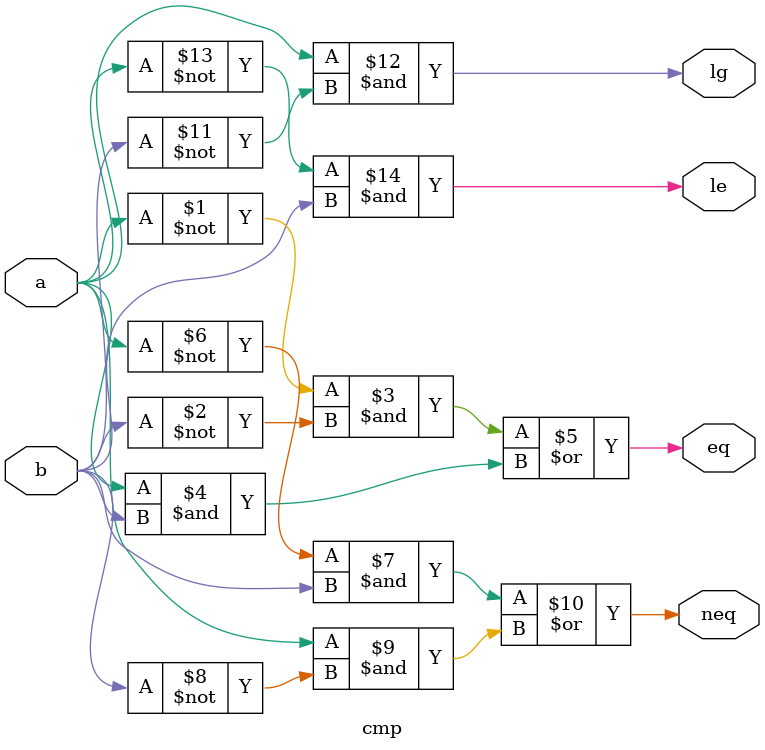
<source format=v>
`timescale 1ns / 1ps
module cmp(
    input a, b,
    output eq, neq, lg, le
    );
    assign eq = (~a&~b)|(a&b);
    assign neq = (~a&b)|(a&~b);
    assign lg = a&~b;
    assign le = ~a&b;
endmodule

</source>
